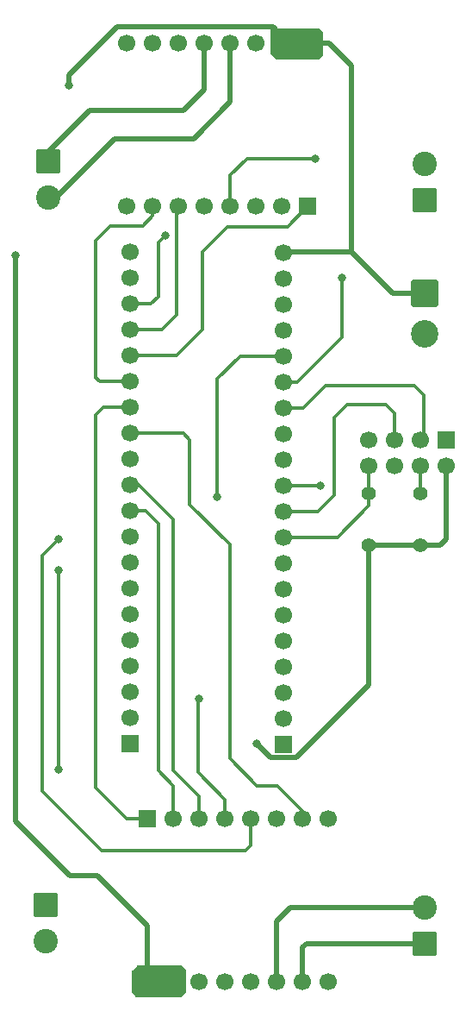
<source format=gbr>
%TF.GenerationSoftware,KiCad,Pcbnew,9.0.3*%
%TF.CreationDate,2025-07-28T15:14:52+05:30*%
%TF.ProjectId,RC_CAR_TEST_PCB,52435f43-4152-45f5-9445-53545f504342,rev?*%
%TF.SameCoordinates,Original*%
%TF.FileFunction,Copper,L1,Top*%
%TF.FilePolarity,Positive*%
%FSLAX46Y46*%
G04 Gerber Fmt 4.6, Leading zero omitted, Abs format (unit mm)*
G04 Created by KiCad (PCBNEW 9.0.3) date 2025-07-28 15:14:52*
%MOMM*%
%LPD*%
G01*
G04 APERTURE LIST*
G04 Aperture macros list*
%AMRoundRect*
0 Rectangle with rounded corners*
0 $1 Rounding radius*
0 $2 $3 $4 $5 $6 $7 $8 $9 X,Y pos of 4 corners*
0 Add a 4 corners polygon primitive as box body*
4,1,4,$2,$3,$4,$5,$6,$7,$8,$9,$2,$3,0*
0 Add four circle primitives for the rounded corners*
1,1,$1+$1,$2,$3*
1,1,$1+$1,$4,$5*
1,1,$1+$1,$6,$7*
1,1,$1+$1,$8,$9*
0 Add four rect primitives between the rounded corners*
20,1,$1+$1,$2,$3,$4,$5,0*
20,1,$1+$1,$4,$5,$6,$7,0*
20,1,$1+$1,$6,$7,$8,$9,0*
20,1,$1+$1,$8,$9,$2,$3,0*%
G04 Aperture macros list end*
%TA.AperFunction,ComponentPad*%
%ADD10RoundRect,0.250001X-0.949999X0.949999X-0.949999X-0.949999X0.949999X-0.949999X0.949999X0.949999X0*%
%TD*%
%TA.AperFunction,ComponentPad*%
%ADD11C,2.400000*%
%TD*%
%TA.AperFunction,ComponentPad*%
%ADD12R,1.700000X1.700000*%
%TD*%
%TA.AperFunction,ComponentPad*%
%ADD13C,1.700000*%
%TD*%
%TA.AperFunction,ComponentPad*%
%ADD14C,1.400000*%
%TD*%
%TA.AperFunction,ComponentPad*%
%ADD15RoundRect,0.250001X-1.099999X1.099999X-1.099999X-1.099999X1.099999X-1.099999X1.099999X1.099999X0*%
%TD*%
%TA.AperFunction,ComponentPad*%
%ADD16C,2.700000*%
%TD*%
%TA.AperFunction,ComponentPad*%
%ADD17RoundRect,0.250001X0.949999X-0.949999X0.949999X0.949999X-0.949999X0.949999X-0.949999X-0.949999X0*%
%TD*%
%TA.AperFunction,ViaPad*%
%ADD18C,0.800000*%
%TD*%
%TA.AperFunction,Conductor*%
%ADD19C,0.300000*%
%TD*%
%TA.AperFunction,Conductor*%
%ADD20C,0.500000*%
%TD*%
G04 APERTURE END LIST*
D10*
%TO.P,J6,1,Pin_1*%
%TO.N,/AO2_1*%
X106732500Y-73750000D03*
D11*
%TO.P,J6,2,Pin_2*%
%TO.N,/AO1_1*%
X106732500Y-77250000D03*
%TD*%
D12*
%TO.P,J3,1,Pin_1*%
%TO.N,VCC*%
X116500000Y-154250000D03*
D13*
%TO.P,J3,2,Pin_2*%
X119040000Y-154250000D03*
%TO.P,J3,3,Pin_3*%
%TO.N,GND*%
X121580000Y-154250000D03*
%TO.P,J3,4,Pin_4*%
%TO.N,/AO1_2*%
X124120000Y-154250000D03*
%TO.P,J3,5,Pin_5*%
%TO.N,/AO2_2*%
X126660000Y-154250000D03*
%TO.P,J3,6,Pin_6*%
%TO.N,/BO2_2*%
X129200000Y-154250000D03*
%TO.P,J3,7,Pin_7*%
%TO.N,/BO1_2*%
X131740000Y-154250000D03*
%TO.P,J3,8,Pin_8*%
%TO.N,GND*%
X134280000Y-154250000D03*
%TO.P,J3,9,Pin_8*%
X134280000Y-138250000D03*
%TO.P,J3,10,Pin_7*%
%TO.N,/PWMB_2*%
X131740000Y-138250000D03*
%TO.P,J3,11,Pin_6*%
%TO.N,/BIN2_2*%
X129200000Y-138250000D03*
%TO.P,J3,12,Pin_5*%
%TO.N,/BIN1_2*%
X126660000Y-138250000D03*
%TO.P,J3,13,Pin_4*%
%TO.N,/STBY_2*%
X124120000Y-138250000D03*
%TO.P,J3,14,Pin_3*%
%TO.N,/AIN1_2*%
X121580000Y-138250000D03*
%TO.P,J3,15,Pin_2*%
%TO.N,/AIN2_2*%
X119040000Y-138250000D03*
D12*
%TO.P,J3,16,Pin_1*%
%TO.N,/PWMA_2*%
X116500000Y-138250000D03*
%TD*%
D14*
%TO.P,R1,1*%
%TO.N,+3.3V*%
X138250000Y-111390000D03*
%TO.P,R1,2*%
%TO.N,/NRF_IRQ*%
X138250000Y-106310000D03*
%TD*%
D12*
%TO.P,J2,1,Pin_1*%
%TO.N,VCC*%
X132250000Y-62150000D03*
D13*
%TO.P,J2,2,Pin_2*%
X129710000Y-62150000D03*
%TO.P,J2,3,Pin_3*%
%TO.N,GND*%
X127170000Y-62150000D03*
%TO.P,J2,4,Pin_4*%
%TO.N,/AO1_1*%
X124630000Y-62150000D03*
%TO.P,J2,5,Pin_5*%
%TO.N,/AO2_1*%
X122090000Y-62150000D03*
%TO.P,J2,6,Pin_6*%
%TO.N,/BO2_1*%
X119550000Y-62150000D03*
%TO.P,J2,7,Pin_7*%
%TO.N,/BO1_1*%
X117010000Y-62150000D03*
%TO.P,J2,8,Pin_8*%
%TO.N,GND*%
X114470000Y-62150000D03*
%TO.P,J2,9,Pin_8*%
X114470000Y-78150000D03*
%TO.P,J2,10,Pin_7*%
%TO.N,/PWMB_1*%
X117010000Y-78150000D03*
%TO.P,J2,11,Pin_6*%
%TO.N,/BIN2_1*%
X119550000Y-78150000D03*
%TO.P,J2,12,Pin_5*%
%TO.N,/BIN1_1*%
X122090000Y-78150000D03*
%TO.P,J2,13,Pin_4*%
%TO.N,/STBY_1*%
X124630000Y-78150000D03*
%TO.P,J2,14,Pin_3*%
%TO.N,/AIN1_1*%
X127170000Y-78150000D03*
%TO.P,J2,15,Pin_2*%
%TO.N,/AIN2_1*%
X129710000Y-78150000D03*
D12*
%TO.P,J2,16,Pin_1*%
%TO.N,/PWMA_1*%
X132250000Y-78150000D03*
%TD*%
%TO.P,J1,1,Pin_1*%
%TO.N,unconnected-(J1-Pin_1-Pad1)*%
X129800000Y-130930000D03*
D13*
%TO.P,J1,2,Pin_2*%
%TO.N,unconnected-(J1-Pin_2-Pad2)*%
X129800000Y-128390000D03*
%TO.P,J1,3,Pin_3*%
%TO.N,unconnected-(J1-Pin_3-Pad3)*%
X129800000Y-125850000D03*
%TO.P,J1,4,Pin_4*%
%TO.N,unconnected-(J1-Pin_4-Pad4)*%
X129800000Y-123310000D03*
%TO.P,J1,5,Pin_5*%
%TO.N,unconnected-(J1-Pin_5-Pad5)*%
X129800000Y-120770000D03*
%TO.P,J1,6,Pin_6*%
%TO.N,unconnected-(J1-Pin_6-Pad6)*%
X129800000Y-118230000D03*
%TO.P,J1,7,Pin_7*%
%TO.N,unconnected-(J1-Pin_7-Pad7)*%
X129800000Y-115690000D03*
%TO.P,J1,8,Pin_8*%
%TO.N,unconnected-(J1-Pin_8-Pad8)*%
X129800000Y-113150000D03*
%TO.P,J1,9,Pin_9*%
%TO.N,/NRF_IRQ*%
X129800000Y-110610000D03*
%TO.P,J1,10,Pin_10*%
%TO.N,/NRF_SCK*%
X129800000Y-108070000D03*
%TO.P,J1,11,Pin_11*%
%TO.N,/NRF_MISO*%
X129800000Y-105530000D03*
%TO.P,J1,12,Pin_12*%
%TO.N,/NRF_MOSI*%
X129800000Y-102990000D03*
%TO.P,J1,13,Pin_13*%
%TO.N,/SPI1_CSS*%
X129800000Y-100450000D03*
%TO.P,J1,14,Pin_14*%
%TO.N,/NRF_CE*%
X129800000Y-97910000D03*
%TO.P,J1,15,Pin_15*%
%TO.N,/STBY_1*%
X129800000Y-95370000D03*
%TO.P,J1,16,Pin_16*%
%TO.N,/STBY_2*%
X129800000Y-92830000D03*
%TO.P,J1,17,Pin_17*%
%TO.N,unconnected-(J1-Pin_17-Pad17)*%
X129800000Y-90290000D03*
%TO.P,J1,18,Pin_18*%
%TO.N,unconnected-(J1-Pin_18-Pad18)*%
X129800000Y-87750000D03*
%TO.P,J1,19,Pin_19*%
%TO.N,GND*%
X129800000Y-85210000D03*
%TO.P,J1,20,Pin_20*%
%TO.N,VCC*%
X129800000Y-82670000D03*
%TO.P,J1,21,Pin_1*%
%TO.N,/AIN1_1*%
X114800000Y-82640000D03*
%TO.P,J1,22,Pin_2*%
%TO.N,/AIN2_1*%
X114800000Y-85180000D03*
%TO.P,J1,23,Pin_3*%
%TO.N,/BIN1_1*%
X114800000Y-87720000D03*
%TO.P,J1,24,Pin_4*%
%TO.N,/BIN2_1*%
X114800000Y-90260000D03*
%TO.P,J1,25,Pin_5*%
%TO.N,/PWMA_1*%
X114800000Y-92800000D03*
%TO.P,J1,26,Pin_6*%
%TO.N,/PWMB_1*%
X114800000Y-95340000D03*
%TO.P,J1,27,Pin_7*%
%TO.N,/PWMA_2*%
X114800000Y-97880000D03*
%TO.P,J1,28,Pin_8*%
%TO.N,/PWMB_2*%
X114800000Y-100420000D03*
%TO.P,J1,29,Pin_9*%
%TO.N,unconnected-(J1-Pin_9-Pad29)*%
X114800000Y-102960000D03*
%TO.P,J1,30,Pin_10*%
%TO.N,/AIN1_2*%
X114800000Y-105500000D03*
%TO.P,J1,31,Pin_11*%
%TO.N,/AIN2_2*%
X114800000Y-108040000D03*
%TO.P,J1,32,Pin_12*%
%TO.N,/BIN1_2*%
X114800000Y-110580000D03*
%TO.P,J1,33,Pin_13*%
%TO.N,/BIN2_2*%
X114800000Y-113120000D03*
%TO.P,J1,34,Pin_14*%
%TO.N,unconnected-(J1-Pin_14-Pad34)*%
X114800000Y-115660000D03*
%TO.P,J1,35,Pin_15*%
%TO.N,unconnected-(J1-Pin_15-Pad35)*%
X114800000Y-118200000D03*
%TO.P,J1,36,Pin_16*%
%TO.N,unconnected-(J1-Pin_16-Pad36)*%
X114800000Y-120740000D03*
%TO.P,J1,37,Pin_17*%
%TO.N,unconnected-(J1-Pin_17-Pad37)*%
X114800000Y-123280000D03*
%TO.P,J1,38,Pin_18*%
%TO.N,unconnected-(J1-Pin_18-Pad38)*%
X114800000Y-125820000D03*
%TO.P,J1,39,Pin_19*%
%TO.N,GND*%
X114800000Y-128360000D03*
D12*
%TO.P,J1,40,Pin_20*%
%TO.N,+3.3V*%
X114800000Y-130900000D03*
%TD*%
D14*
%TO.P,R2,1*%
%TO.N,+3.3V*%
X143300000Y-111390000D03*
%TO.P,R2,2*%
%TO.N,/SPI1_CSS*%
X143300000Y-106310000D03*
%TD*%
D15*
%TO.P,J5,1,Pin_1*%
%TO.N,VCC*%
X143700000Y-86692500D03*
D16*
%TO.P,J5,2,Pin_2*%
%TO.N,GND*%
X143700000Y-90652500D03*
%TD*%
D17*
%TO.P,J9,1,Pin_1*%
%TO.N,/BO1_2*%
X143750000Y-150500000D03*
D11*
%TO.P,J9,2,Pin_2*%
%TO.N,/BO2_2*%
X143750000Y-147000000D03*
%TD*%
D10*
%TO.P,J7,1,Pin_1*%
%TO.N,/AO2_2*%
X106482500Y-146750000D03*
D11*
%TO.P,J7,2,Pin_2*%
%TO.N,/AO1_2*%
X106482500Y-150250000D03*
%TD*%
D17*
%TO.P,J8,1,Pin_1*%
%TO.N,/BO1_1*%
X143750000Y-77500000D03*
D11*
%TO.P,J8,2,Pin_2*%
%TO.N,/BO2_1*%
X143750000Y-74000000D03*
%TD*%
D12*
%TO.P,J4,1,Pin_1*%
%TO.N,GND*%
X145850000Y-101100000D03*
D13*
%TO.P,J4,2,Pin_2*%
%TO.N,/NRF_CE*%
X143310000Y-101100000D03*
%TO.P,J4,3,Pin_3*%
%TO.N,/NRF_SCK*%
X140770000Y-101100000D03*
%TO.P,J4,4,Pin_4*%
%TO.N,/NRF_MISO*%
X138230000Y-101100000D03*
%TO.P,J4,5,Pin_1*%
%TO.N,/NRF_IRQ*%
X138230000Y-103640000D03*
%TO.P,J4,6,Pin_2*%
%TO.N,/NRF_MOSI*%
X140770000Y-103640000D03*
%TO.P,J4,7,Pin_3*%
%TO.N,/SPI1_CSS*%
X143310000Y-103640000D03*
%TO.P,J4,8,Pin_4*%
%TO.N,+3.3V*%
X145850000Y-103640000D03*
%TD*%
D18*
%TO.N,/STBY_1*%
X132950000Y-73500000D03*
X135600000Y-85150000D03*
%TO.N,/BIN1_2*%
X107700000Y-110850000D03*
%TO.N,+3.3V*%
X127250000Y-130900000D03*
%TO.N,/BIN2_2*%
X107750000Y-133450000D03*
X107750000Y-113850000D03*
%TO.N,VCC*%
X108750000Y-66250000D03*
X103475000Y-82925000D03*
%TO.N,/STBY_2*%
X121500000Y-126500000D03*
X123350000Y-106650000D03*
%TO.N,/BIN1_1*%
X118200000Y-81000000D03*
%TO.N,/NRF_MISO*%
X133500000Y-105530000D03*
%TD*%
D19*
%TO.N,/BIN1_1*%
X116830000Y-87720000D02*
X114800000Y-87720000D01*
X117550000Y-81650000D02*
X117550000Y-87000000D01*
X118200000Y-81000000D02*
X117550000Y-81650000D01*
X117550000Y-87000000D02*
X116830000Y-87720000D01*
%TO.N,/PWMA_1*%
X114800000Y-92800000D02*
X119300000Y-92800000D01*
X121850000Y-82650000D02*
X124350000Y-80150000D01*
X130250000Y-80150000D02*
X132250000Y-78150000D01*
X119300000Y-92800000D02*
X121850000Y-90250000D01*
X121850000Y-90250000D02*
X121850000Y-82650000D01*
X124350000Y-80150000D02*
X130250000Y-80150000D01*
%TO.N,/BIN2_1*%
X114800000Y-90260000D02*
X117890000Y-90260000D01*
X119350000Y-88800000D02*
X119350000Y-78350000D01*
X117890000Y-90260000D02*
X119350000Y-88800000D01*
X119350000Y-78350000D02*
X119550000Y-78150000D01*
%TO.N,/STBY_1*%
X135600000Y-91000000D02*
X131230000Y-95370000D01*
X131230000Y-95370000D02*
X129800000Y-95370000D01*
X126250000Y-73500000D02*
X124630000Y-75120000D01*
X124630000Y-75120000D02*
X124630000Y-78150000D01*
X132950000Y-73500000D02*
X126250000Y-73500000D01*
X135600000Y-85150000D02*
X135600000Y-91000000D01*
%TO.N,/AIN1_2*%
X115600000Y-105500000D02*
X119000000Y-108900000D01*
X119000000Y-133500000D02*
X121580000Y-136080000D01*
X119000000Y-108900000D02*
X119000000Y-133500000D01*
X114800000Y-105500000D02*
X115600000Y-105500000D01*
X121580000Y-136080000D02*
X121580000Y-138250000D01*
%TO.N,/NRF_IRQ*%
X135190000Y-110610000D02*
X138250000Y-107550000D01*
X138250000Y-106310000D02*
X138250000Y-103660000D01*
X138250000Y-107550000D02*
X138250000Y-106310000D01*
X138250000Y-103660000D02*
X138230000Y-103640000D01*
X129800000Y-110610000D02*
X135190000Y-110610000D01*
%TO.N,/BIN1_2*%
X106100000Y-135550000D02*
X111950000Y-141400000D01*
X106100000Y-112450000D02*
X106100000Y-135550000D01*
X111950000Y-141400000D02*
X126100000Y-141400000D01*
X107700000Y-110850000D02*
X106100000Y-112450000D01*
X126100000Y-141400000D02*
X126660000Y-140840000D01*
X126660000Y-140840000D02*
X126660000Y-138250000D01*
D20*
%TO.N,+3.3V*%
X128581000Y-132231000D02*
X131101000Y-132231000D01*
X143300000Y-111390000D02*
X145260000Y-111390000D01*
X138250000Y-125082000D02*
X138250000Y-111390000D01*
X131101000Y-132231000D02*
X138250000Y-125082000D01*
X127250000Y-130900000D02*
X128581000Y-132231000D01*
X145260000Y-111390000D02*
X145850000Y-110800000D01*
X138250000Y-111390000D02*
X143300000Y-111390000D01*
X145850000Y-110800000D02*
X145850000Y-103640000D01*
D19*
%TO.N,/PWMB_2*%
X120650000Y-107450000D02*
X120650000Y-101050000D01*
X124550000Y-132350000D02*
X124550000Y-111350000D01*
X127200000Y-135000000D02*
X124550000Y-132350000D01*
X120020000Y-100420000D02*
X114800000Y-100420000D01*
X129250000Y-135000000D02*
X127200000Y-135000000D01*
X131740000Y-137490000D02*
X129250000Y-135000000D01*
X131740000Y-138250000D02*
X131740000Y-137490000D01*
X124550000Y-111350000D02*
X120650000Y-107450000D01*
X120650000Y-101050000D02*
X120020000Y-100420000D01*
%TO.N,/PWMB_1*%
X116000000Y-80050000D02*
X117010000Y-79040000D01*
X111400000Y-94950000D02*
X111400000Y-81500000D01*
X111400000Y-81500000D02*
X112850000Y-80050000D01*
X117010000Y-79040000D02*
X117010000Y-78150000D01*
X112850000Y-80050000D02*
X116000000Y-80050000D01*
X114800000Y-95340000D02*
X111790000Y-95340000D01*
X111790000Y-95340000D02*
X111400000Y-94950000D01*
%TO.N,/BIN2_2*%
X107750000Y-113850000D02*
X107750000Y-133450000D01*
%TO.N,/NRF_CE*%
X143650000Y-96650000D02*
X143650000Y-100760000D01*
X134000000Y-95700000D02*
X142700000Y-95700000D01*
X143650000Y-100760000D02*
X143310000Y-101100000D01*
X129800000Y-97910000D02*
X131790000Y-97910000D01*
X142700000Y-95700000D02*
X143650000Y-96650000D01*
X131790000Y-97910000D02*
X134000000Y-95700000D01*
D20*
%TO.N,VCC*%
X136550000Y-64350000D02*
X134350000Y-62150000D01*
X128801000Y-60551000D02*
X113500000Y-60551000D01*
X116500000Y-148750000D02*
X116500000Y-154250000D01*
X111550000Y-143800000D02*
X116500000Y-148750000D01*
X134350000Y-62150000D02*
X132250000Y-62150000D01*
X103500000Y-138500000D02*
X108800000Y-143800000D01*
X113500000Y-60551000D02*
X108750000Y-65301000D01*
X108750000Y-65301000D02*
X108750000Y-66250000D01*
X129750000Y-62110000D02*
X129750000Y-61500000D01*
X136550000Y-82650000D02*
X136550000Y-64350000D01*
X140592500Y-86692500D02*
X136550000Y-82650000D01*
X136550000Y-82650000D02*
X129820000Y-82650000D01*
X143700000Y-86692500D02*
X140592500Y-86692500D01*
X129750000Y-61500000D02*
X128801000Y-60551000D01*
X129710000Y-62150000D02*
X129750000Y-62110000D01*
X103500000Y-82950000D02*
X103500000Y-138500000D01*
X108800000Y-143800000D02*
X111550000Y-143800000D01*
X103475000Y-82925000D02*
X103500000Y-82950000D01*
X129820000Y-82650000D02*
X129800000Y-82670000D01*
D19*
%TO.N,/AIN2_2*%
X114800000Y-108040000D02*
X116290000Y-108040000D01*
X117550000Y-109300000D02*
X117550000Y-133500000D01*
X116290000Y-108040000D02*
X117550000Y-109300000D01*
X119040000Y-134990000D02*
X119040000Y-138250000D01*
X117550000Y-133500000D02*
X119040000Y-134990000D01*
%TO.N,/STBY_2*%
X121450000Y-133700000D02*
X124120000Y-136370000D01*
X125570000Y-92830000D02*
X129800000Y-92830000D01*
X123350000Y-106650000D02*
X123350000Y-95050000D01*
X121450000Y-126550000D02*
X121450000Y-133700000D01*
X123350000Y-95050000D02*
X125570000Y-92830000D01*
X121500000Y-126500000D02*
X121450000Y-126550000D01*
X124120000Y-136370000D02*
X124120000Y-138250000D01*
%TO.N,/PWMA_2*%
X114800000Y-97880000D02*
X112120000Y-97880000D01*
X112120000Y-97880000D02*
X111400000Y-98600000D01*
X114450000Y-138250000D02*
X116500000Y-138250000D01*
X111400000Y-98600000D02*
X111400000Y-135200000D01*
X111400000Y-135200000D02*
X114450000Y-138250000D01*
%TO.N,/SPI1_CSS*%
X143300000Y-106310000D02*
X143300000Y-103650000D01*
X143300000Y-103650000D02*
X143310000Y-103640000D01*
%TO.N,/NRF_SCK*%
X129800000Y-108070000D02*
X133230000Y-108070000D01*
X134800000Y-106500000D02*
X134800000Y-98900000D01*
X133230000Y-108070000D02*
X134800000Y-106500000D01*
X139950000Y-97600000D02*
X140770000Y-98420000D01*
X136100000Y-97600000D02*
X139950000Y-97600000D01*
X140770000Y-98420000D02*
X140770000Y-101100000D01*
X134800000Y-98900000D02*
X136100000Y-97600000D01*
%TO.N,/NRF_MISO*%
X133500000Y-105530000D02*
X129800000Y-105530000D01*
D20*
%TO.N,/AO2_1*%
X110750000Y-68750000D02*
X106732500Y-72767500D01*
X106732500Y-72767500D02*
X106732500Y-73750000D01*
X120000000Y-68750000D02*
X110750000Y-68750000D01*
X122090000Y-62150000D02*
X122090000Y-66660000D01*
X122090000Y-66660000D02*
X120000000Y-68750000D01*
%TO.N,/AO1_1*%
X121000000Y-71500000D02*
X113250000Y-71500000D01*
X107500000Y-77250000D02*
X106732500Y-77250000D01*
X124630000Y-67870000D02*
X121000000Y-71500000D01*
X124630000Y-62150000D02*
X124630000Y-67870000D01*
X113250000Y-71500000D02*
X107500000Y-77250000D01*
%TO.N,/BO2_2*%
X130500000Y-147000000D02*
X143750000Y-147000000D01*
X129200000Y-154250000D02*
X129200000Y-148300000D01*
X129200000Y-148300000D02*
X130500000Y-147000000D01*
%TO.N,/BO1_2*%
X131740000Y-154250000D02*
X131740000Y-150860000D01*
X131740000Y-150860000D02*
X132100000Y-150500000D01*
X132100000Y-150500000D02*
X143750000Y-150500000D01*
%TD*%
%TA.AperFunction,Conductor*%
%TO.N,VCC*%
G36*
X119777951Y-152669685D02*
G01*
X119782021Y-152672415D01*
X120197109Y-152962976D01*
X120240742Y-153017547D01*
X120250000Y-153064561D01*
X120250000Y-154004525D01*
X120248473Y-154023923D01*
X120229500Y-154143713D01*
X120229500Y-154356286D01*
X120248473Y-154476075D01*
X120250000Y-154495473D01*
X120250000Y-155298638D01*
X120230315Y-155365677D01*
X120213681Y-155386319D01*
X119886319Y-155713681D01*
X119824996Y-155747166D01*
X119798638Y-155750000D01*
X115409598Y-155750000D01*
X115342559Y-155730315D01*
X115312770Y-155703462D01*
X114977172Y-155283965D01*
X114950664Y-155219319D01*
X114950000Y-155206503D01*
X114950000Y-153201362D01*
X114969685Y-153134323D01*
X114986319Y-153113681D01*
X115413681Y-152686319D01*
X115475004Y-152652834D01*
X115501362Y-152650000D01*
X119710912Y-152650000D01*
X119777951Y-152669685D01*
G37*
%TD.AperFunction*%
%TD*%
%TA.AperFunction,Conductor*%
%TO.N,VCC*%
G36*
X133410771Y-60669685D02*
G01*
X133437052Y-60692345D01*
X133719320Y-61014937D01*
X133748651Y-61078352D01*
X133750000Y-61096592D01*
X133750000Y-63258666D01*
X133730315Y-63325705D01*
X133725200Y-63333066D01*
X133487200Y-63650400D01*
X133431229Y-63692221D01*
X133388000Y-63700000D01*
X129105225Y-63700000D01*
X129038186Y-63680315D01*
X129013059Y-63658954D01*
X128631830Y-63235367D01*
X128601616Y-63172369D01*
X128600000Y-63152416D01*
X128600000Y-60798570D01*
X128604954Y-60781697D01*
X128604884Y-60764112D01*
X128614593Y-60748869D01*
X128619685Y-60731531D01*
X128633040Y-60719911D01*
X128642423Y-60705183D01*
X128672038Y-60685983D01*
X128725274Y-60661413D01*
X128777236Y-60650000D01*
X133343732Y-60650000D01*
X133410771Y-60669685D01*
G37*
%TD.AperFunction*%
%TD*%
M02*

</source>
